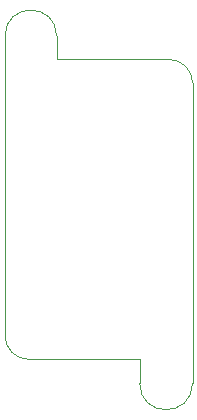
<source format=gbr>
%TF.GenerationSoftware,KiCad,Pcbnew,9.0.5*%
%TF.CreationDate,2025-12-10T00:05:15-08:00*%
%TF.ProjectId,camcontrol stm32,63616d63-6f6e-4747-926f-6c2073746d33,rev?*%
%TF.SameCoordinates,Original*%
%TF.FileFunction,Profile,NP*%
%FSLAX46Y46*%
G04 Gerber Fmt 4.6, Leading zero omitted, Abs format (unit mm)*
G04 Created by KiCad (PCBNEW 9.0.5) date 2025-12-10 00:05:15*
%MOMM*%
%LPD*%
G01*
G04 APERTURE LIST*
%TA.AperFunction,Profile*%
%ADD10C,0.050000*%
%TD*%
G04 APERTURE END LIST*
D10*
X4368800Y0D02*
X4368800Y1981200D01*
X13875000Y0D02*
G75*
G02*
X15875000Y-2000000I0J-2000000D01*
G01*
X2000000Y-25400000D02*
G75*
G02*
X0Y-23400000I0J2000000D01*
G01*
X15875000Y-27432000D02*
G75*
G02*
X11404600Y-27432000I-2235200J0D01*
G01*
X0Y1981200D02*
G75*
G02*
X4368800Y1981200I2184400J0D01*
G01*
X13875000Y0D02*
X4368800Y0D01*
X0Y-23400000D02*
X0Y0D01*
X15875000Y-25400000D02*
X15875000Y-27432000D01*
X11404600Y-25400000D02*
X2000000Y-25400000D01*
X11404600Y-25400000D02*
X11404600Y-27432000D01*
X0Y0D02*
X0Y1981200D01*
X15875000Y-25400000D02*
X15875000Y-2000000D01*
M02*

</source>
